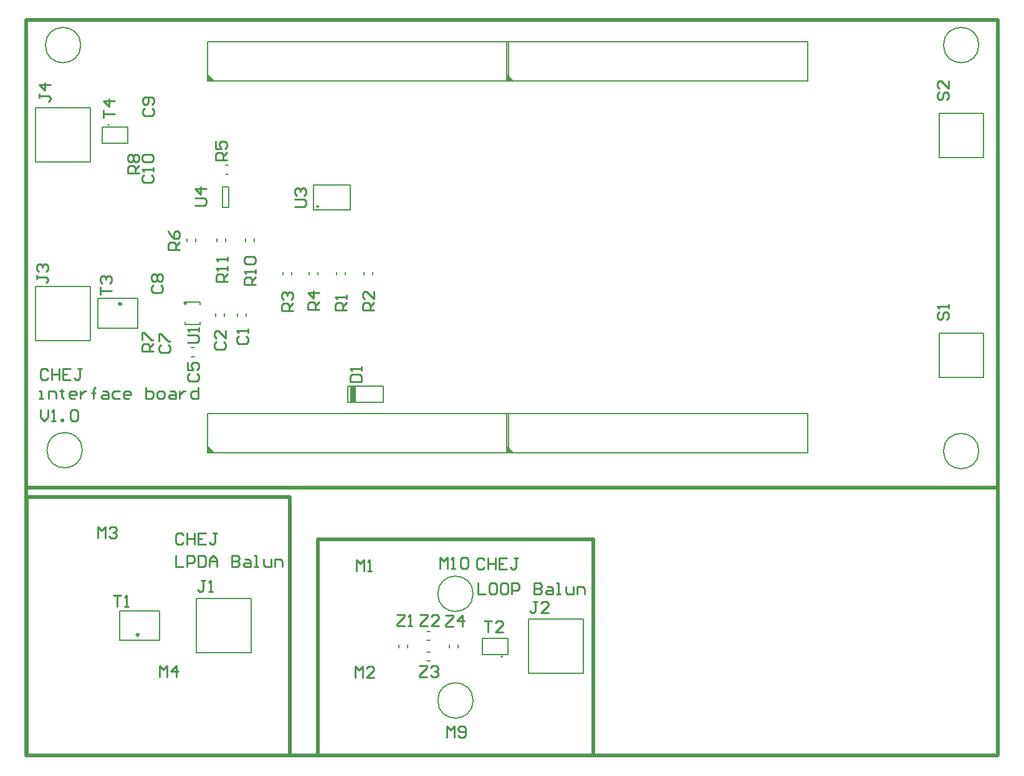
<source format=gto>
G04*
G04 #@! TF.GenerationSoftware,Altium Limited,Altium Designer,19.0.10 (269)*
G04*
G04 Layer_Color=65535*
%FSLAX44Y44*%
%MOMM*%
G71*
G01*
G75*
%ADD10C,0.2540*%
%ADD11C,0.3000*%
%ADD12C,0.2000*%
%ADD13C,0.1500*%
%ADD14C,0.5080*%
%ADD15C,0.1524*%
G36*
X246029Y-588670D02*
Y-578510D01*
X256189Y-588670D01*
X246029Y-588670D01*
D02*
G37*
G36*
X652779D02*
Y-578510D01*
X662939Y-588670D01*
X652779Y-588670D01*
D02*
G37*
G36*
X245914Y-82670D02*
Y-72510D01*
X256074Y-82670D01*
X245914Y-82670D01*
D02*
G37*
G36*
X652314D02*
Y-72510D01*
X662474Y-82670D01*
X652314Y-82670D01*
D02*
G37*
D10*
X397050Y-253000D02*
G03*
X397050Y-253000I-1000J0D01*
G01*
X19500Y-530105D02*
Y-540262D01*
X24578Y-545340D01*
X29657Y-540262D01*
Y-530105D01*
X34735Y-545340D02*
X39813D01*
X37274D01*
Y-530105D01*
X34735Y-532644D01*
X47431Y-545340D02*
Y-542801D01*
X49970D01*
Y-545340D01*
X47431D01*
X60127Y-532644D02*
X62666Y-530105D01*
X67744D01*
X70284Y-532644D01*
Y-542801D01*
X67744Y-545340D01*
X62666D01*
X60127Y-542801D01*
Y-532644D01*
X17500Y-514500D02*
X22578D01*
X20039D01*
Y-504343D01*
X17500D01*
X30196Y-514500D02*
Y-504343D01*
X37813D01*
X40353Y-506883D01*
Y-514500D01*
X47970Y-501804D02*
Y-504343D01*
X45431D01*
X50509D01*
X47970D01*
Y-511961D01*
X50509Y-514500D01*
X65744D02*
X60666D01*
X58127Y-511961D01*
Y-506883D01*
X60666Y-504343D01*
X65744D01*
X68284Y-506883D01*
Y-509422D01*
X58127D01*
X73362Y-504343D02*
Y-514500D01*
Y-509422D01*
X75901Y-506883D01*
X78440Y-504343D01*
X80979D01*
X91136Y-514500D02*
Y-501804D01*
Y-506883D01*
X88597D01*
X93675D01*
X91136D01*
Y-501804D01*
X93675Y-499265D01*
X103832Y-504343D02*
X108910D01*
X111450Y-506883D01*
Y-514500D01*
X103832D01*
X101293Y-511961D01*
X103832Y-509422D01*
X111450D01*
X126685Y-504343D02*
X119067D01*
X116528Y-506883D01*
Y-511961D01*
X119067Y-514500D01*
X126685D01*
X139381D02*
X134302D01*
X131763Y-511961D01*
Y-506883D01*
X134302Y-504343D01*
X139381D01*
X141920Y-506883D01*
Y-509422D01*
X131763D01*
X162233Y-499265D02*
Y-514500D01*
X169851D01*
X172390Y-511961D01*
Y-509422D01*
Y-506883D01*
X169851Y-504343D01*
X162233D01*
X180007Y-514500D02*
X185086D01*
X187625Y-511961D01*
Y-506883D01*
X185086Y-504343D01*
X180007D01*
X177468Y-506883D01*
Y-511961D01*
X180007Y-514500D01*
X195243Y-504343D02*
X200321D01*
X202860Y-506883D01*
Y-514500D01*
X195243D01*
X192703Y-511961D01*
X195243Y-509422D01*
X202860D01*
X207938Y-504343D02*
Y-514500D01*
Y-509422D01*
X210478Y-506883D01*
X213017Y-504343D01*
X215556D01*
X233330Y-499265D02*
Y-514500D01*
X225713D01*
X223173Y-511961D01*
Y-506883D01*
X225713Y-504343D01*
X233330D01*
X29157Y-476804D02*
X26618Y-474265D01*
X21539D01*
X19000Y-476804D01*
Y-486961D01*
X21539Y-489500D01*
X26618D01*
X29157Y-486961D01*
X34235Y-474265D02*
Y-489500D01*
Y-481883D01*
X44392D01*
Y-474265D01*
Y-489500D01*
X59627Y-474265D02*
X49470D01*
Y-489500D01*
X59627D01*
X49470Y-481883D02*
X54549D01*
X74862Y-474265D02*
X69784D01*
X72323D01*
Y-486961D01*
X69784Y-489500D01*
X67244D01*
X64705Y-486961D01*
X213223Y-699783D02*
X210683Y-697244D01*
X205605D01*
X203066Y-699783D01*
Y-709940D01*
X205605Y-712479D01*
X210683D01*
X213223Y-709940D01*
X218301Y-697244D02*
Y-712479D01*
Y-704862D01*
X228458D01*
Y-697244D01*
Y-712479D01*
X243693Y-697244D02*
X233536D01*
Y-712479D01*
X243693D01*
X233536Y-704862D02*
X238615D01*
X258928Y-697244D02*
X253850D01*
X256389D01*
Y-709940D01*
X253850Y-712479D01*
X251310D01*
X248771Y-709940D01*
X203262Y-727940D02*
Y-743175D01*
X213419D01*
X218497D02*
Y-727940D01*
X226115D01*
X228654Y-730479D01*
Y-735557D01*
X226115Y-738097D01*
X218497D01*
X233732Y-727940D02*
Y-743175D01*
X241350D01*
X243889Y-740636D01*
Y-730479D01*
X241350Y-727940D01*
X233732D01*
X248967Y-743175D02*
Y-733018D01*
X254046Y-727940D01*
X259124Y-733018D01*
Y-743175D01*
Y-735557D01*
X248967D01*
X279437Y-727940D02*
Y-743175D01*
X287055D01*
X289594Y-740636D01*
Y-738097D01*
X287055Y-735557D01*
X279437D01*
X287055D01*
X289594Y-733018D01*
Y-730479D01*
X287055Y-727940D01*
X279437D01*
X297212Y-733018D02*
X302290D01*
X304829Y-735557D01*
Y-743175D01*
X297212D01*
X294672Y-740636D01*
X297212Y-738097D01*
X304829D01*
X309907Y-743175D02*
X314986D01*
X312447D01*
Y-727940D01*
X309907D01*
X322603Y-733018D02*
Y-740636D01*
X325143Y-743175D01*
X332760D01*
Y-733018D01*
X337839Y-743175D02*
Y-733018D01*
X345456D01*
X347995Y-735557D01*
Y-743175D01*
X622436Y-734289D02*
X619897Y-731750D01*
X614818D01*
X612279Y-734289D01*
Y-744446D01*
X614818Y-746985D01*
X619897D01*
X622436Y-744446D01*
X627514Y-731750D02*
Y-746985D01*
Y-739368D01*
X637671D01*
Y-731750D01*
Y-746985D01*
X652906Y-731750D02*
X642749D01*
Y-746985D01*
X652906D01*
X642749Y-739368D02*
X647828D01*
X668141Y-731750D02*
X663063D01*
X665602D01*
Y-744446D01*
X663063Y-746985D01*
X660523D01*
X657984Y-744446D01*
X613780Y-765522D02*
Y-780757D01*
X623937D01*
X636633Y-765522D02*
X631554D01*
X629015Y-768061D01*
Y-778218D01*
X631554Y-780757D01*
X636633D01*
X639172Y-778218D01*
Y-768061D01*
X636633Y-765522D01*
X651868D02*
X646789D01*
X644250Y-768061D01*
Y-778218D01*
X646789Y-780757D01*
X651868D01*
X654407Y-778218D01*
Y-768061D01*
X651868Y-765522D01*
X659485Y-780757D02*
Y-765522D01*
X667103D01*
X669642Y-768061D01*
Y-773139D01*
X667103Y-775679D01*
X659485D01*
X689955Y-765522D02*
Y-780757D01*
X697573D01*
X700112Y-778218D01*
Y-775679D01*
X697573Y-773139D01*
X689955D01*
X697573D01*
X700112Y-770600D01*
Y-768061D01*
X697573Y-765522D01*
X689955D01*
X707730Y-770600D02*
X712808D01*
X715347Y-773139D01*
Y-780757D01*
X707730D01*
X705190Y-778218D01*
X707730Y-775679D01*
X715347D01*
X720425Y-780757D02*
X725504D01*
X722965D01*
Y-765522D01*
X720425D01*
X733121Y-770600D02*
Y-778218D01*
X735661Y-780757D01*
X743278D01*
Y-770600D01*
X748356Y-780757D02*
Y-770600D01*
X755974D01*
X758513Y-773139D01*
Y-780757D01*
X118270Y-782221D02*
X128427D01*
X123348D01*
Y-797456D01*
X133505D02*
X138583D01*
X136044D01*
Y-782221D01*
X133505Y-784760D01*
X364765Y-254000D02*
X377461D01*
X380000Y-251461D01*
Y-246383D01*
X377461Y-243843D01*
X364765D01*
X367304Y-238765D02*
X364765Y-236226D01*
Y-231147D01*
X367304Y-228608D01*
X369843D01*
X372383Y-231147D01*
Y-233687D01*
Y-231147D01*
X374922Y-228608D01*
X377461D01*
X380000Y-231147D01*
Y-236226D01*
X377461Y-238765D01*
X272500Y-190000D02*
X257265D01*
Y-182383D01*
X259804Y-179843D01*
X264883D01*
X267422Y-182383D01*
Y-190000D01*
Y-184922D02*
X272500Y-179843D01*
X257265Y-164608D02*
Y-174765D01*
X264883D01*
X262343Y-169687D01*
Y-167147D01*
X264883Y-164608D01*
X269961D01*
X272500Y-167147D01*
Y-172226D01*
X269961Y-174765D01*
X362650Y-395500D02*
X347415D01*
Y-387882D01*
X349954Y-385343D01*
X355033D01*
X357572Y-387882D01*
Y-395500D01*
Y-390422D02*
X362650Y-385343D01*
X349954Y-380265D02*
X347415Y-377726D01*
Y-372647D01*
X349954Y-370108D01*
X352493D01*
X355033Y-372647D01*
Y-375187D01*
Y-372647D01*
X357572Y-370108D01*
X360111D01*
X362650Y-372647D01*
Y-377726D01*
X360111Y-380265D01*
X472000Y-394500D02*
X456765D01*
Y-386883D01*
X459304Y-384343D01*
X464383D01*
X466922Y-386883D01*
Y-394500D01*
Y-389422D02*
X472000Y-384343D01*
Y-369108D02*
Y-379265D01*
X461843Y-369108D01*
X459304D01*
X456765Y-371647D01*
Y-376726D01*
X459304Y-379265D01*
X435000Y-394500D02*
X419765D01*
Y-386883D01*
X422304Y-384343D01*
X427383D01*
X429922Y-386883D01*
Y-394500D01*
Y-389422D02*
X435000Y-384343D01*
Y-379265D02*
Y-374187D01*
Y-376726D01*
X419765D01*
X422304Y-379265D01*
X229264Y-252500D02*
X241960D01*
X244499Y-249961D01*
Y-244883D01*
X241960Y-242343D01*
X229264D01*
X244499Y-229647D02*
X229264D01*
X236882Y-237265D01*
Y-227108D01*
X104503Y-132500D02*
Y-122343D01*
Y-127422D01*
X119738D01*
Y-109647D02*
X104503D01*
X112121Y-117265D01*
Y-107108D01*
X100265Y-373000D02*
Y-362843D01*
Y-367922D01*
X115500D01*
X102804Y-357765D02*
X100265Y-355226D01*
Y-350147D01*
X102804Y-347608D01*
X105343D01*
X107882Y-350147D01*
Y-352687D01*
Y-350147D01*
X110422Y-347608D01*
X112961D01*
X115500Y-350147D01*
Y-355226D01*
X112961Y-357765D01*
X273000Y-355000D02*
X257765D01*
Y-347383D01*
X260304Y-344843D01*
X265382D01*
X267922Y-347383D01*
Y-355000D01*
Y-349922D02*
X273000Y-344843D01*
Y-339765D02*
Y-334687D01*
Y-337226D01*
X257765D01*
X260304Y-339765D01*
X273000Y-327069D02*
Y-321991D01*
Y-324530D01*
X257765D01*
X260304Y-327069D01*
X311500Y-359500D02*
X296265D01*
Y-351883D01*
X298804Y-349343D01*
X303883D01*
X306422Y-351883D01*
Y-359500D01*
Y-354422D02*
X311500Y-349343D01*
Y-344265D02*
Y-339187D01*
Y-341726D01*
X296265D01*
X298804Y-344265D01*
Y-331569D02*
X296265Y-329030D01*
Y-323951D01*
X298804Y-321412D01*
X308961D01*
X311500Y-323951D01*
Y-329030D01*
X308961Y-331569D01*
X298804D01*
X571000Y-974956D02*
Y-959721D01*
X576078Y-964799D01*
X581157Y-959721D01*
Y-974956D01*
X586235Y-972417D02*
X588774Y-974956D01*
X593853D01*
X596392Y-972417D01*
Y-962260D01*
X593853Y-959721D01*
X588774D01*
X586235Y-962260D01*
Y-964799D01*
X588774Y-967338D01*
X596392D01*
X562000Y-745956D02*
Y-730721D01*
X567078Y-735799D01*
X572157Y-730721D01*
Y-745956D01*
X577235D02*
X582313D01*
X579774D01*
Y-730721D01*
X577235Y-733260D01*
X589931D02*
X592470Y-730721D01*
X597548D01*
X600088Y-733260D01*
Y-743417D01*
X597548Y-745956D01*
X592470D01*
X589931Y-743417D01*
Y-733260D01*
X219145Y-438290D02*
X231841D01*
X234380Y-435751D01*
Y-430672D01*
X231841Y-428133D01*
X219145D01*
X234380Y-423055D02*
Y-417977D01*
Y-420516D01*
X219145D01*
X221684Y-423055D01*
X153000Y-208000D02*
X137765D01*
Y-200382D01*
X140304Y-197843D01*
X145382D01*
X147922Y-200382D01*
Y-208000D01*
Y-202922D02*
X153000Y-197843D01*
X140304Y-192765D02*
X137765Y-190226D01*
Y-185147D01*
X140304Y-182608D01*
X142843D01*
X145382Y-185147D01*
X147922Y-182608D01*
X150461D01*
X153000Y-185147D01*
Y-190226D01*
X150461Y-192765D01*
X147922D01*
X145382Y-190226D01*
X142843Y-192765D01*
X140304D01*
X145382Y-190226D02*
Y-185147D01*
X172500Y-450500D02*
X157265D01*
Y-442882D01*
X159804Y-440343D01*
X164883D01*
X167422Y-442882D01*
Y-450500D01*
Y-445422D02*
X172500Y-440343D01*
X157265Y-435265D02*
Y-425108D01*
X159804D01*
X169961Y-435265D01*
X172500D01*
X17265Y-100343D02*
Y-105422D01*
Y-102882D01*
X29961D01*
X32500Y-105422D01*
Y-107961D01*
X29961Y-110500D01*
X32500Y-87647D02*
X17265D01*
X24883Y-95265D01*
Y-85108D01*
X14195Y-346843D02*
Y-351922D01*
Y-349383D01*
X26891D01*
X29430Y-351922D01*
Y-354461D01*
X26891Y-357000D01*
X16734Y-341765D02*
X14195Y-339226D01*
Y-334147D01*
X16734Y-331608D01*
X19273D01*
X21813Y-334147D01*
Y-336687D01*
Y-334147D01*
X24352Y-331608D01*
X26891D01*
X29430Y-334147D01*
Y-339226D01*
X26891Y-341765D01*
X694154Y-790538D02*
X689075D01*
X691615D01*
Y-803234D01*
X689075Y-805773D01*
X686536D01*
X683997Y-803234D01*
X709389Y-805773D02*
X699232D01*
X709389Y-795616D01*
Y-793077D01*
X706850Y-790538D01*
X701771D01*
X699232Y-793077D01*
X242950Y-762128D02*
X237871D01*
X240410D01*
Y-774824D01*
X237871Y-777363D01*
X235332D01*
X232793Y-774824D01*
X248028Y-777363D02*
X253106D01*
X250567D01*
Y-762128D01*
X248028Y-764667D01*
X160304Y-210843D02*
X157765Y-213382D01*
Y-218461D01*
X160304Y-221000D01*
X170461D01*
X173000Y-218461D01*
Y-213382D01*
X170461Y-210843D01*
X173000Y-205765D02*
Y-200687D01*
Y-203226D01*
X157765D01*
X160304Y-205765D01*
Y-193069D02*
X157765Y-190530D01*
Y-185452D01*
X160304Y-182912D01*
X170461D01*
X173000Y-185452D01*
Y-190530D01*
X170461Y-193069D01*
X160304D01*
X160804Y-119843D02*
X158265Y-122382D01*
Y-127461D01*
X160804Y-130000D01*
X170961D01*
X173500Y-127461D01*
Y-122382D01*
X170961Y-119843D01*
Y-114765D02*
X173500Y-112226D01*
Y-107147D01*
X170961Y-104608D01*
X160804D01*
X158265Y-107147D01*
Y-112226D01*
X160804Y-114765D01*
X163343D01*
X165882Y-112226D01*
Y-104608D01*
X172304Y-360343D02*
X169765Y-362882D01*
Y-367961D01*
X172304Y-370500D01*
X182461D01*
X185000Y-367961D01*
Y-362882D01*
X182461Y-360343D01*
X172304Y-355265D02*
X169765Y-352726D01*
Y-347647D01*
X172304Y-345108D01*
X174843D01*
X177383Y-347647D01*
X179922Y-345108D01*
X182461D01*
X185000Y-347647D01*
Y-352726D01*
X182461Y-355265D01*
X179922D01*
X177383Y-352726D01*
X174843Y-355265D01*
X172304D01*
X177383Y-352726D02*
Y-347647D01*
X182804Y-441843D02*
X180265Y-444383D01*
Y-449461D01*
X182804Y-452000D01*
X192961D01*
X195500Y-449461D01*
Y-444383D01*
X192961Y-441843D01*
X180265Y-436765D02*
Y-426608D01*
X182804D01*
X192961Y-436765D01*
X195500D01*
X221804Y-480843D02*
X219265Y-483382D01*
Y-488461D01*
X221804Y-491000D01*
X231961D01*
X234500Y-488461D01*
Y-483382D01*
X231961Y-480843D01*
X219265Y-465608D02*
Y-475765D01*
X226882D01*
X224343Y-470687D01*
Y-468147D01*
X226882Y-465608D01*
X231961D01*
X234500Y-468147D01*
Y-473226D01*
X231961Y-475765D01*
X258304Y-437343D02*
X255765Y-439883D01*
Y-444961D01*
X258304Y-447500D01*
X268461D01*
X271000Y-444961D01*
Y-439883D01*
X268461Y-437343D01*
X271000Y-422108D02*
Y-432265D01*
X260843Y-422108D01*
X258304D01*
X255765Y-424647D01*
Y-429726D01*
X258304Y-432265D01*
X288804Y-429843D02*
X286265Y-432383D01*
Y-437461D01*
X288804Y-440000D01*
X298961D01*
X301500Y-437461D01*
Y-432383D01*
X298961Y-429843D01*
X301500Y-424765D02*
Y-419687D01*
Y-422226D01*
X286265D01*
X288804Y-424765D01*
X621902Y-816817D02*
X632059D01*
X626980D01*
Y-832052D01*
X647294D02*
X637137D01*
X647294Y-821895D01*
Y-819356D01*
X644755Y-816817D01*
X639676D01*
X637137Y-819356D01*
X1240304Y-97843D02*
X1237765Y-100382D01*
Y-105461D01*
X1240304Y-108000D01*
X1242843D01*
X1245383Y-105461D01*
Y-100382D01*
X1247922Y-97843D01*
X1250461D01*
X1253000Y-100382D01*
Y-105461D01*
X1250461Y-108000D01*
X1253000Y-82608D02*
Y-92765D01*
X1242843Y-82608D01*
X1240304D01*
X1237765Y-85147D01*
Y-90226D01*
X1240304Y-92765D01*
Y-396843D02*
X1237765Y-399383D01*
Y-404461D01*
X1240304Y-407000D01*
X1242843D01*
X1245383Y-404461D01*
Y-399383D01*
X1247922Y-396843D01*
X1250461D01*
X1253000Y-399383D01*
Y-404461D01*
X1250461Y-407000D01*
X1253000Y-391765D02*
Y-386687D01*
Y-389226D01*
X1237765D01*
X1240304Y-391765D01*
X439765Y-492000D02*
X455000D01*
Y-484383D01*
X452461Y-481843D01*
X442304D01*
X439765Y-484383D01*
Y-492000D01*
X455000Y-476765D02*
Y-471687D01*
Y-474226D01*
X439765D01*
X442304Y-476765D01*
X570000Y-809631D02*
X580157D01*
Y-812170D01*
X570000Y-822327D01*
Y-824866D01*
X580157D01*
X592853D02*
Y-809631D01*
X585235Y-817248D01*
X595392D01*
X534000Y-877721D02*
X544157D01*
Y-880260D01*
X534000Y-890417D01*
Y-892956D01*
X544157D01*
X549235Y-880260D02*
X551774Y-877721D01*
X556853D01*
X559392Y-880260D01*
Y-882799D01*
X556853Y-885338D01*
X554313D01*
X556853D01*
X559392Y-887878D01*
Y-890417D01*
X556853Y-892956D01*
X551774D01*
X549235Y-890417D01*
X535000Y-808101D02*
X545157D01*
Y-810640D01*
X535000Y-820797D01*
Y-823336D01*
X545157D01*
X560392D02*
X550235D01*
X560392Y-813179D01*
Y-810640D01*
X557853Y-808101D01*
X552774D01*
X550235Y-810640D01*
X503562Y-808721D02*
X513719D01*
Y-811260D01*
X503562Y-821417D01*
Y-823956D01*
X513719D01*
X518797D02*
X523875D01*
X521336D01*
Y-808721D01*
X518797Y-811260D01*
X208500Y-312500D02*
X193265D01*
Y-304883D01*
X195804Y-302343D01*
X200882D01*
X203422Y-304883D01*
Y-312500D01*
Y-307422D02*
X208500Y-302343D01*
X193265Y-287108D02*
X195804Y-292187D01*
X200882Y-297265D01*
X205961D01*
X208500Y-294726D01*
Y-289647D01*
X205961Y-287108D01*
X203422D01*
X200882Y-289647D01*
Y-297265D01*
X398000Y-393500D02*
X382765D01*
Y-385882D01*
X385304Y-383343D01*
X390382D01*
X392922Y-385882D01*
Y-393500D01*
Y-388422D02*
X398000Y-383343D01*
Y-370647D02*
X382765D01*
X390382Y-378265D01*
Y-368108D01*
X181110Y-893376D02*
Y-878141D01*
X186188Y-883219D01*
X191267Y-878141D01*
Y-893376D01*
X203963D02*
Y-878141D01*
X196345Y-885759D01*
X206502D01*
X97110Y-704516D02*
Y-689281D01*
X102188Y-694359D01*
X107267Y-689281D01*
Y-704516D01*
X112345Y-691820D02*
X114884Y-689281D01*
X119963D01*
X122502Y-691820D01*
Y-694359D01*
X119963Y-696898D01*
X117423D01*
X119963D01*
X122502Y-699438D01*
Y-701977D01*
X119963Y-704516D01*
X114884D01*
X112345Y-701977D01*
X447179Y-894165D02*
Y-878930D01*
X452257Y-884008D01*
X457336Y-878930D01*
Y-894165D01*
X472571D02*
X462414D01*
X472571Y-884008D01*
Y-881469D01*
X470032Y-878930D01*
X464953D01*
X462414Y-881469D01*
X448449Y-749385D02*
Y-734150D01*
X453527Y-739228D01*
X458606Y-734150D01*
Y-749385D01*
X463684D02*
X468762D01*
X466223D01*
Y-734150D01*
X463684Y-736689D01*
D11*
X129000Y-385800D02*
G03*
X129000Y-385800I-1500J0D01*
G01*
X152770Y-835656D02*
G03*
X152770Y-835656I-1500J0D01*
G01*
X217000Y-384500D02*
G03*
X217000Y-384500I-1000J0D01*
G01*
D12*
X112500Y-142500D02*
G03*
X112500Y-142500I-1000J0D01*
G01*
X647000Y-865366D02*
G03*
X647000Y-865366I-1000J0D01*
G01*
D13*
X607001Y-924955D02*
G03*
X607001Y-924955I-24000J0D01*
G01*
X607000Y-779956D02*
G03*
X607000Y-779956I-24000J0D01*
G01*
X1294000Y-34000D02*
G03*
X1294000Y-34000I-24000J0D01*
G01*
X1294001Y-586000D02*
G03*
X1294001Y-586000I-24000J0D01*
G01*
X76071Y-584709D02*
G03*
X76071Y-584709I-24000J0D01*
G01*
X74000Y-34000D02*
G03*
X74000Y-34000I-24000J0D01*
G01*
X267000Y-254500D02*
Y-226500D01*
X275000Y-254500D02*
Y-226500D01*
X267000D02*
X275000D01*
X267000Y-254500D02*
X275000D01*
X309500Y-301000D02*
Y-297000D01*
X297500Y-301000D02*
Y-297000D01*
X259000Y-301000D02*
Y-297000D01*
X271000Y-301000D02*
Y-297000D01*
X440000Y-258000D02*
Y-224000D01*
X390000Y-258000D02*
Y-224000D01*
Y-258000D02*
X440000D01*
X390000Y-224000D02*
X440000D01*
X97500Y-418500D02*
Y-378500D01*
Y-418500D02*
X151500D01*
Y-378500D01*
X97500D02*
X151500D01*
X103500Y-145500D02*
X137500D01*
Y-167500D02*
Y-145500D01*
X103500Y-167500D02*
X137500D01*
X103500D02*
Y-145500D01*
X127270Y-842956D02*
X181270D01*
X127270D02*
Y-802956D01*
X181270D01*
Y-842956D02*
Y-802956D01*
X270500Y-209500D02*
X274500D01*
X270500Y-197500D02*
X274500D01*
X360650Y-346500D02*
Y-342500D01*
X348650Y-346500D02*
Y-342500D01*
X459000Y-346500D02*
Y-342500D01*
X471000Y-346500D02*
Y-342500D01*
X433700Y-346500D02*
Y-342500D01*
X421700Y-346500D02*
Y-342500D01*
X269500Y-402500D02*
Y-398500D01*
X257500Y-402500D02*
Y-398500D01*
X298500Y-402500D02*
Y-398500D01*
X286500Y-402500D02*
Y-398500D01*
X224500Y-457500D02*
X228500D01*
X224500Y-445500D02*
X228500D01*
X236000Y-413500D02*
Y-410500D01*
X216000Y-413500D02*
Y-410500D01*
Y-386500D02*
Y-383500D01*
X236000Y-386500D02*
Y-383500D01*
X216000Y-413500D02*
X236000D01*
X216000Y-383500D02*
X236000D01*
X1240000Y-187000D02*
X1300000D01*
X1240000Y-127000D02*
X1300000D01*
X1240000Y-187000D02*
Y-127000D01*
X1300000Y-187000D02*
Y-127000D01*
X1240000Y-486000D02*
X1300000D01*
X1240000Y-426000D02*
X1300000D01*
X1240000Y-486000D02*
Y-426000D01*
X1300000Y-486000D02*
Y-426000D01*
X447000Y-520000D02*
Y-498000D01*
X446000Y-520000D02*
Y-498000D01*
X445000Y-520000D02*
Y-498000D01*
X444000Y-520000D02*
Y-498000D01*
X443000Y-520000D02*
Y-498000D01*
X442000Y-520000D02*
Y-498000D01*
X441000Y-520000D02*
Y-498000D01*
X485000Y-520000D02*
Y-498000D01*
X437000Y-520000D02*
X485000D01*
X437000Y-498000D02*
X485000D01*
X437000Y-520000D02*
Y-498000D01*
X654969Y-588670D02*
Y-535330D01*
X246029D02*
X654969D01*
X246029Y-588670D02*
X654969D01*
X246029D02*
Y-535330D01*
X620000Y-862366D02*
X654000D01*
X620000D02*
Y-840366D01*
X654000D01*
Y-862366D02*
Y-840366D01*
X652314Y-29330D02*
X1061254D01*
X218500Y-301000D02*
Y-297000D01*
X230500Y-301000D02*
Y-297000D01*
X384000Y-346500D02*
Y-342500D01*
X396000Y-346500D02*
Y-342500D01*
X544620Y-831396D02*
X548620D01*
X544620Y-843396D02*
X548620D01*
X574910Y-853366D02*
Y-849366D01*
X586910Y-853366D02*
Y-849366D01*
X506330Y-853366D02*
Y-849366D01*
X518330Y-853366D02*
Y-849366D01*
X544620Y-859336D02*
X548620D01*
X544620Y-871336D02*
X548620D01*
X654854Y-82670D02*
Y-29330D01*
X245914D02*
X654854D01*
X245914Y-82670D02*
X654854D01*
X245914D02*
Y-29330D01*
X1061254Y-82670D02*
Y-29330D01*
X652314Y-82670D02*
X1061254D01*
X652314D02*
Y-29330D01*
X1061719Y-588670D02*
Y-535330D01*
X652779D02*
X1061719D01*
X652779Y-588670D02*
X1061719D01*
X652779D02*
Y-535330D01*
D14*
X0Y-636000D02*
Y0D01*
X1320173D01*
X1320173Y-635510D01*
X0Y-636000D02*
X1320173Y-635510D01*
X395990Y-999956D02*
X770230D01*
Y-705616D01*
X770230Y-705616D02*
X770230Y-705616D01*
X395990Y-705616D02*
X770230D01*
X395990Y-999956D02*
Y-705616D01*
X540Y-647956D02*
X358270D01*
Y-999956D02*
Y-647956D01*
X540Y-999956D02*
X358270D01*
X540D02*
Y-647956D01*
X0Y-1000000D02*
X1320000D01*
Y0D01*
X0D02*
X1320000D01*
X0Y-1000000D02*
Y0D01*
D15*
X13000Y-362000D02*
X87000D01*
X13000Y-436000D02*
X87000D01*
X13000D02*
Y-362000D01*
X87000Y-436000D02*
Y-362000D01*
X13000Y-119000D02*
X87000D01*
X13000Y-193000D02*
X87000D01*
X13000D02*
Y-119000D01*
X87000Y-193000D02*
Y-119000D01*
X231226Y-785956D02*
X305226D01*
X231226Y-859956D02*
X305226D01*
X231226D02*
Y-785956D01*
X305226Y-859956D02*
Y-785956D01*
X682430Y-814366D02*
X756430D01*
X682430Y-888366D02*
X756430D01*
X682430D02*
Y-814366D01*
X756430Y-888366D02*
Y-814366D01*
M02*

</source>
